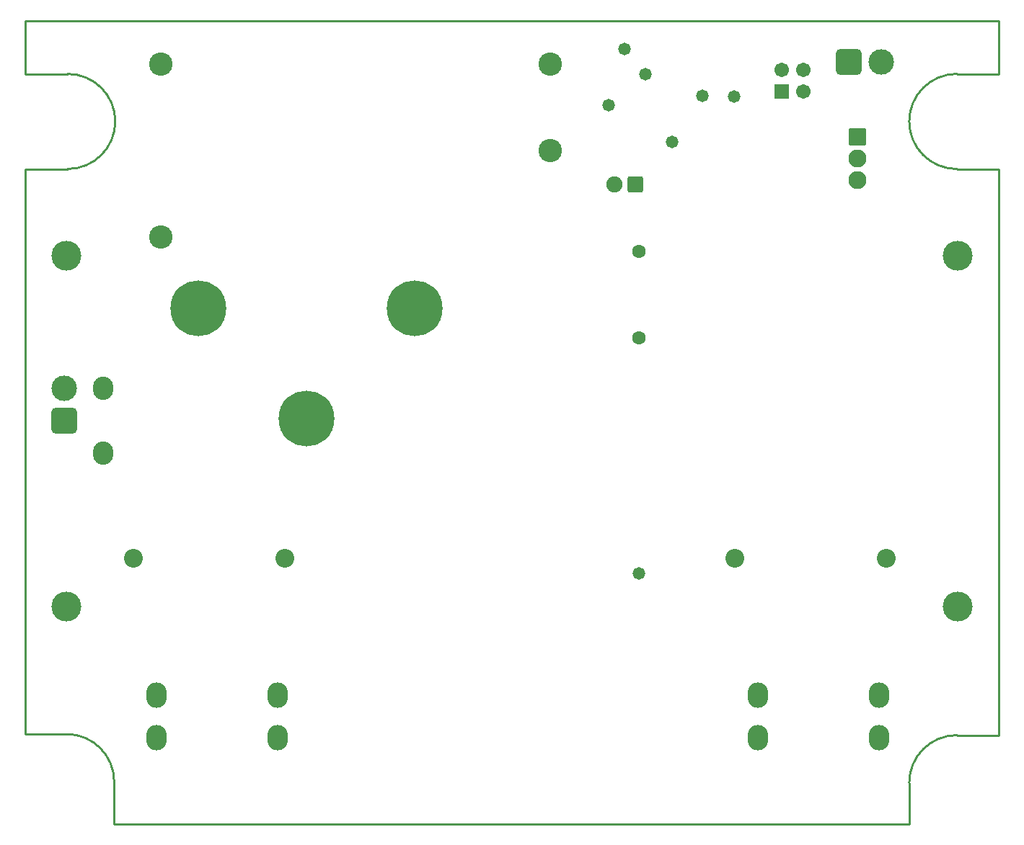
<source format=gbs>
%FSLAX24Y24*%
%MOIN*%
G70*
G01*
G75*
G04 Layer_Color=16711935*
%ADD10R,0.0236X0.0335*%
%ADD11R,0.1100X0.0290*%
%ADD12R,0.0591X0.0512*%
%ADD13R,0.0630X0.0512*%
%ADD14R,0.0512X0.0591*%
%ADD15O,0.0630X0.0236*%
%ADD16R,0.0550X0.1181*%
%ADD17C,0.0100*%
%ADD18C,0.0500*%
%ADD19C,0.0787*%
%ADD20O,0.0866X0.1102*%
%ADD21C,0.0669*%
G04:AMPARAMS|DCode=22|XSize=66.9mil|YSize=66.9mil|CornerRadius=8.4mil|HoleSize=0mil|Usage=FLASHONLY|Rotation=180.000|XOffset=0mil|YOffset=0mil|HoleType=Round|Shape=RoundedRectangle|*
%AMROUNDEDRECTD22*
21,1,0.0669,0.0502,0,0,180.0*
21,1,0.0502,0.0669,0,0,180.0*
1,1,0.0167,-0.0251,0.0251*
1,1,0.0167,0.0251,0.0251*
1,1,0.0167,0.0251,-0.0251*
1,1,0.0167,-0.0251,-0.0251*
%
%ADD22ROUNDEDRECTD22*%
%ADD23C,0.1000*%
%ADD24C,0.2500*%
G04:AMPARAMS|DCode=25|XSize=75mil|YSize=75mil|CornerRadius=9.4mil|HoleSize=0mil|Usage=FLASHONLY|Rotation=0.000|XOffset=0mil|YOffset=0mil|HoleType=Round|Shape=RoundedRectangle|*
%AMROUNDEDRECTD25*
21,1,0.0750,0.0563,0,0,0.0*
21,1,0.0563,0.0750,0,0,0.0*
1,1,0.0188,0.0281,-0.0281*
1,1,0.0188,-0.0281,-0.0281*
1,1,0.0188,-0.0281,0.0281*
1,1,0.0188,0.0281,0.0281*
%
%ADD25ROUNDEDRECTD25*%
%ADD26C,0.0750*%
G04:AMPARAMS|DCode=27|XSize=110mil|YSize=110mil|CornerRadius=13.8mil|HoleSize=0mil|Usage=FLASHONLY|Rotation=90.000|XOffset=0mil|YOffset=0mil|HoleType=Round|Shape=RoundedRectangle|*
%AMROUNDEDRECTD27*
21,1,0.1100,0.0825,0,0,90.0*
21,1,0.0825,0.1100,0,0,90.0*
1,1,0.0275,0.0413,0.0413*
1,1,0.0275,0.0413,-0.0413*
1,1,0.0275,-0.0413,-0.0413*
1,1,0.0275,-0.0413,0.0413*
%
%ADD27ROUNDEDRECTD27*%
%ADD28C,0.1100*%
%ADD29O,0.0850X0.1000*%
G04:AMPARAMS|DCode=30|XSize=110mil|YSize=110mil|CornerRadius=13.8mil|HoleSize=0mil|Usage=FLASHONLY|Rotation=180.000|XOffset=0mil|YOffset=0mil|HoleType=Round|Shape=RoundedRectangle|*
%AMROUNDEDRECTD30*
21,1,0.1100,0.0825,0,0,180.0*
21,1,0.0825,0.1100,0,0,180.0*
1,1,0.0275,-0.0413,0.0413*
1,1,0.0275,0.0413,0.0413*
1,1,0.0275,0.0413,-0.0413*
1,1,0.0275,-0.0413,-0.0413*
%
%ADD30ROUNDEDRECTD30*%
%ADD31C,0.1300*%
%ADD32C,0.0551*%
%ADD33C,0.0591*%
%ADD34R,0.0591X0.0591*%
%ADD35C,0.0500*%
%ADD36C,0.0098*%
%ADD37C,0.0050*%
%ADD38C,0.0079*%
%ADD39C,0.0060*%
%ADD40C,0.0010*%
%ADD41C,0.0080*%
%ADD42R,0.0457X0.0189*%
%ADD43R,0.0457X0.0189*%
%ADD44R,0.0316X0.0415*%
%ADD45R,0.1180X0.0370*%
%ADD46R,0.0671X0.0592*%
%ADD47R,0.0710X0.0592*%
%ADD48R,0.0592X0.0671*%
%ADD49O,0.0710X0.0316*%
%ADD50R,0.0630X0.1261*%
%ADD51C,0.0867*%
%ADD52O,0.0946X0.1182*%
%ADD53C,0.0749*%
G04:AMPARAMS|DCode=54|XSize=74.9mil|YSize=74.9mil|CornerRadius=12.4mil|HoleSize=0mil|Usage=FLASHONLY|Rotation=180.000|XOffset=0mil|YOffset=0mil|HoleType=Round|Shape=RoundedRectangle|*
%AMROUNDEDRECTD54*
21,1,0.0749,0.0502,0,0,180.0*
21,1,0.0502,0.0749,0,0,180.0*
1,1,0.0247,-0.0251,0.0251*
1,1,0.0247,0.0251,0.0251*
1,1,0.0247,0.0251,-0.0251*
1,1,0.0247,-0.0251,-0.0251*
%
%ADD54ROUNDEDRECTD54*%
%ADD55C,0.1080*%
%ADD56C,0.2580*%
G04:AMPARAMS|DCode=57|XSize=83mil|YSize=83mil|CornerRadius=13.4mil|HoleSize=0mil|Usage=FLASHONLY|Rotation=0.000|XOffset=0mil|YOffset=0mil|HoleType=Round|Shape=RoundedRectangle|*
%AMROUNDEDRECTD57*
21,1,0.0830,0.0563,0,0,0.0*
21,1,0.0563,0.0830,0,0,0.0*
1,1,0.0268,0.0281,-0.0281*
1,1,0.0268,-0.0281,-0.0281*
1,1,0.0268,-0.0281,0.0281*
1,1,0.0268,0.0281,0.0281*
%
%ADD57ROUNDEDRECTD57*%
%ADD58C,0.0830*%
G04:AMPARAMS|DCode=59|XSize=118mil|YSize=118mil|CornerRadius=17.8mil|HoleSize=0mil|Usage=FLASHONLY|Rotation=90.000|XOffset=0mil|YOffset=0mil|HoleType=Round|Shape=RoundedRectangle|*
%AMROUNDEDRECTD59*
21,1,0.1180,0.0825,0,0,90.0*
21,1,0.0825,0.1180,0,0,90.0*
1,1,0.0355,0.0413,0.0413*
1,1,0.0355,0.0413,-0.0413*
1,1,0.0355,-0.0413,-0.0413*
1,1,0.0355,-0.0413,0.0413*
%
%ADD59ROUNDEDRECTD59*%
%ADD60C,0.1180*%
%ADD61O,0.0930X0.1080*%
G04:AMPARAMS|DCode=62|XSize=118mil|YSize=118mil|CornerRadius=17.8mil|HoleSize=0mil|Usage=FLASHONLY|Rotation=180.000|XOffset=0mil|YOffset=0mil|HoleType=Round|Shape=RoundedRectangle|*
%AMROUNDEDRECTD62*
21,1,0.1180,0.0825,0,0,180.0*
21,1,0.0825,0.1180,0,0,180.0*
1,1,0.0355,-0.0413,0.0413*
1,1,0.0355,0.0413,0.0413*
1,1,0.0355,0.0413,-0.0413*
1,1,0.0355,-0.0413,-0.0413*
%
%ADD62ROUNDEDRECTD62*%
%ADD63C,0.1380*%
%ADD64C,0.0631*%
%ADD65C,0.0671*%
%ADD66R,0.0671X0.0671*%
%ADD67C,0.0580*%
D17*
X4050Y2050D02*
G03*
X1850Y4250I-2200J0D01*
G01*
X43000Y4200D02*
G03*
X40800Y2000I0J-2200D01*
G01*
Y32600D02*
G03*
X43000Y30400I2200J0D01*
G01*
Y34800D02*
G03*
X40800Y32600I0J-2200D01*
G01*
X1900Y30400D02*
G03*
X4100Y32600I0J2200D01*
G01*
D02*
G03*
X1900Y34800I-2200J0D01*
G01*
X-50D02*
Y37250D01*
Y34800D02*
X1900D01*
X-50Y37250D02*
X44950D01*
Y34800D02*
Y37250D01*
X43000Y34800D02*
X44950D01*
X-50Y4250D02*
Y30400D01*
X4050Y100D02*
Y2050D01*
X-50Y4250D02*
X1850D01*
X4050Y100D02*
X40800D01*
Y2000D01*
X43000Y4200D02*
X44950D01*
Y30400D01*
X43000D02*
X44950D01*
X-50D02*
X1900D01*
D51*
X4950Y12400D02*
D03*
X11950D02*
D03*
X32750D02*
D03*
X39750D02*
D03*
D52*
X5989Y6061D02*
D03*
Y4093D02*
D03*
X11600D02*
D03*
Y6061D02*
D03*
X33789D02*
D03*
Y4093D02*
D03*
X39400D02*
D03*
Y6061D02*
D03*
D53*
X27158Y29700D02*
D03*
D54*
X28142D02*
D03*
D55*
X24200Y31250D02*
D03*
Y35250D02*
D03*
X6200Y27250D02*
D03*
Y35250D02*
D03*
D56*
X12950Y18850D02*
D03*
X7950Y23950D02*
D03*
X17950D02*
D03*
D57*
X38400Y31900D02*
D03*
D58*
Y30900D02*
D03*
Y29900D02*
D03*
D59*
X38000Y35350D02*
D03*
D60*
X39500D02*
D03*
X1750Y20250D02*
D03*
D61*
X3550Y17250D02*
D03*
Y20250D02*
D03*
D62*
X1750Y18750D02*
D03*
D63*
X43050Y26400D02*
D03*
Y10150D02*
D03*
X1850D02*
D03*
Y26400D02*
D03*
D64*
X28300Y26600D02*
D03*
Y22600D02*
D03*
D65*
X35900Y35000D02*
D03*
Y34000D02*
D03*
X34900Y35000D02*
D03*
D66*
Y34000D02*
D03*
D67*
X28300Y11700D02*
D03*
X27650Y35950D02*
D03*
X29850Y31650D02*
D03*
X31250Y33800D02*
D03*
X32700Y33750D02*
D03*
X28600Y34800D02*
D03*
X26900Y33350D02*
D03*
M02*

</source>
